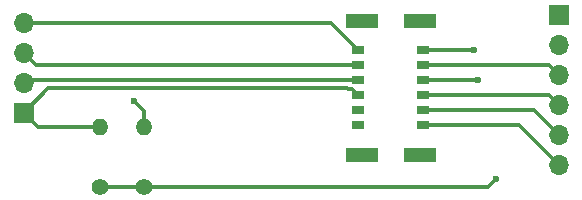
<source format=gbr>
%TF.GenerationSoftware,KiCad,Pcbnew,8.0.4*%
%TF.CreationDate,2024-09-07T22:41:42+02:00*%
%TF.ProjectId,PCB,5043422e-6b69-4636-9164-5f7063625858,rev?*%
%TF.SameCoordinates,Original*%
%TF.FileFunction,Copper,L1,Top*%
%TF.FilePolarity,Positive*%
%FSLAX46Y46*%
G04 Gerber Fmt 4.6, Leading zero omitted, Abs format (unit mm)*
G04 Created by KiCad (PCBNEW 8.0.4) date 2024-09-07 22:41:42*
%MOMM*%
%LPD*%
G01*
G04 APERTURE LIST*
%TA.AperFunction,ComponentPad*%
%ADD10C,1.400000*%
%TD*%
%TA.AperFunction,ComponentPad*%
%ADD11O,1.400000X1.400000*%
%TD*%
%TA.AperFunction,ComponentPad*%
%ADD12R,1.700000X1.700000*%
%TD*%
%TA.AperFunction,ComponentPad*%
%ADD13O,1.700000X1.700000*%
%TD*%
%TA.AperFunction,SMDPad,CuDef*%
%ADD14R,1.100000X0.800000*%
%TD*%
%TA.AperFunction,SMDPad,CuDef*%
%ADD15R,2.700000X1.200000*%
%TD*%
%TA.AperFunction,ViaPad*%
%ADD16C,0.600000*%
%TD*%
%TA.AperFunction,Conductor*%
%ADD17C,0.300000*%
%TD*%
G04 APERTURE END LIST*
D10*
%TO.P,R2,1*%
%TO.N,+3.3V*%
X155610000Y-93140000D03*
D11*
%TO.P,R2,2*%
%TO.N,/SDA*%
X155610000Y-88060000D03*
%TD*%
%TO.P,R1,2*%
%TO.N,/SCL*%
X151860000Y-88090000D03*
D10*
%TO.P,R1,1*%
%TO.N,+3.3V*%
X151860000Y-93170000D03*
%TD*%
D12*
%TO.P,J3,1,Pin_1*%
%TO.N,GND*%
X190730000Y-78600000D03*
D13*
%TO.P,J3,2,Pin_2*%
X190730000Y-81140000D03*
%TO.P,J3,3,Pin_3*%
%TO.N,/SD*%
X190730000Y-83680000D03*
%TO.P,J3,4,Pin_4*%
%TO.N,/FS*%
X190730000Y-86220000D03*
%TO.P,J3,5,Pin_5*%
%TO.N,+3.3V*%
X190730000Y-88760000D03*
%TO.P,J3,6,Pin_6*%
%TO.N,/VIN*%
X190730000Y-91300000D03*
%TD*%
D12*
%TO.P,J2,1,Pin_1*%
%TO.N,/SCL*%
X145450000Y-86870000D03*
D13*
%TO.P,J2,2,Pin_2*%
%TO.N,/SDA*%
X145450000Y-84330000D03*
%TO.P,J2,3,Pin_3*%
%TO.N,/SCK*%
X145450000Y-81790000D03*
%TO.P,J2,4,Pin_4*%
%TO.N,/MCLK*%
X145450000Y-79250000D03*
%TD*%
D14*
%TO.P,J1,A1,A1*%
%TO.N,/VIN*%
X179270000Y-87930000D03*
%TO.P,J1,A2,A2*%
%TO.N,+3.3V*%
X179270000Y-86660000D03*
%TO.P,J1,A3,A3*%
%TO.N,/FS*%
X179270000Y-85390000D03*
%TO.P,J1,A4,A4*%
%TO.N,GND*%
X179270000Y-84120000D03*
%TO.P,J1,A5,A5*%
%TO.N,/SD*%
X179270000Y-82850000D03*
%TO.P,J1,A6,A6*%
%TO.N,GND*%
X179270000Y-81580000D03*
%TO.P,J1,B1,B1*%
%TO.N,unconnected-(J1-PadB1)*%
X173770000Y-87930000D03*
%TO.P,J1,B2,B2*%
%TO.N,unconnected-(J1-PadB2)*%
X173770000Y-86660000D03*
%TO.P,J1,B3,B3*%
%TO.N,/SCL*%
X173770000Y-85390000D03*
%TO.P,J1,B4,B4*%
%TO.N,/SDA*%
X173770000Y-84120000D03*
%TO.P,J1,B5,B5*%
%TO.N,/SCK*%
X173770000Y-82850000D03*
%TO.P,J1,B6,B6*%
%TO.N,/MCLK*%
X173770000Y-81580000D03*
D15*
%TO.P,J1,MP1,MP1*%
%TO.N,unconnected-(J1-PadMP1)*%
X178970000Y-90425000D03*
%TO.P,J1,MP2,MP2*%
%TO.N,unconnected-(J1-PadMP2)*%
X178970000Y-79085000D03*
%TO.P,J1,MP3,MP3*%
%TO.N,unconnected-(J1-PadMP3)*%
X174070000Y-90425000D03*
%TO.P,J1,MP4,MP4*%
%TO.N,unconnected-(J1-PadMP4)*%
X174070000Y-79085000D03*
%TD*%
D16*
%TO.N,/SDA*%
X154800000Y-85930000D03*
%TO.N,GND*%
X183900000Y-84120000D03*
X183580000Y-81560000D03*
%TO.N,+3.3V*%
X185410000Y-92510000D03*
%TD*%
D17*
%TO.N,/SDA*%
X155610000Y-86740000D02*
X154800000Y-85930000D01*
X155610000Y-88060000D02*
X155610000Y-86740000D01*
%TO.N,/SCL*%
X173250000Y-84870000D02*
X173770000Y-85390000D01*
X172870000Y-84870000D02*
X173250000Y-84870000D01*
X172820000Y-84820000D02*
X172870000Y-84870000D01*
X147500000Y-84820000D02*
X172820000Y-84820000D01*
X145450000Y-86870000D02*
X147500000Y-84820000D01*
%TO.N,GND*%
X179270000Y-84120000D02*
X183900000Y-84120000D01*
X183560000Y-81580000D02*
X183580000Y-81560000D01*
X179270000Y-81580000D02*
X183560000Y-81580000D01*
%TO.N,+3.3V*%
X184780000Y-93140000D02*
X185410000Y-92510000D01*
X155580000Y-93170000D02*
X155610000Y-93140000D01*
%TO.N,/SDA*%
X145660000Y-84120000D02*
X145450000Y-84330000D01*
X173770000Y-84120000D02*
X145660000Y-84120000D01*
%TO.N,/SCK*%
X146510000Y-82850000D02*
X145450000Y-81790000D01*
X173770000Y-82850000D02*
X146510000Y-82850000D01*
%TO.N,/MCLK*%
X171440000Y-79250000D02*
X173770000Y-81580000D01*
X145450000Y-79250000D02*
X171440000Y-79250000D01*
%TO.N,/VIN*%
X187360000Y-87930000D02*
X179270000Y-87930000D01*
X190730000Y-91300000D02*
X187360000Y-87930000D01*
%TO.N,+3.3V*%
X188630000Y-86660000D02*
X179270000Y-86660000D01*
X190730000Y-88760000D02*
X188630000Y-86660000D01*
%TO.N,/FS*%
X189900000Y-85390000D02*
X190730000Y-86220000D01*
X179270000Y-85390000D02*
X189900000Y-85390000D01*
%TO.N,/SD*%
X189900000Y-82850000D02*
X190730000Y-83680000D01*
X179270000Y-82850000D02*
X189900000Y-82850000D01*
%TO.N,/SCL*%
X146670000Y-88090000D02*
X145450000Y-86870000D01*
X151860000Y-88090000D02*
X146670000Y-88090000D01*
%TO.N,+3.3V*%
X155610000Y-93140000D02*
X184780000Y-93140000D01*
X151860000Y-93170000D02*
X155580000Y-93170000D01*
%TD*%
M02*

</source>
